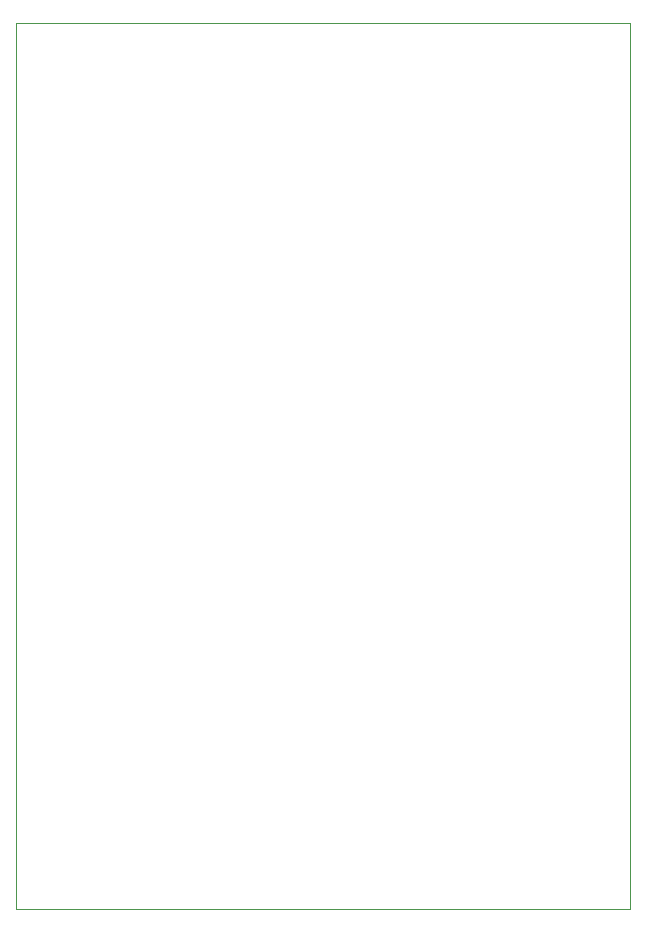
<source format=gbr>
%TF.GenerationSoftware,KiCad,Pcbnew,9.0.3*%
%TF.CreationDate,2025-07-19T15:28:30-07:00*%
%TF.ProjectId,ayushi_macropad,61797573-6869-45f6-9d61-63726f706164,rev?*%
%TF.SameCoordinates,Original*%
%TF.FileFunction,Profile,NP*%
%FSLAX46Y46*%
G04 Gerber Fmt 4.6, Leading zero omitted, Abs format (unit mm)*
G04 Created by KiCad (PCBNEW 9.0.3) date 2025-07-19 15:28:30*
%MOMM*%
%LPD*%
G01*
G04 APERTURE LIST*
%TA.AperFunction,Profile*%
%ADD10C,0.050000*%
%TD*%
G04 APERTURE END LIST*
D10*
X109000000Y-57000000D02*
X161000000Y-57000000D01*
X161000000Y-132000000D01*
X109000000Y-132000000D01*
X109000000Y-57000000D01*
M02*

</source>
